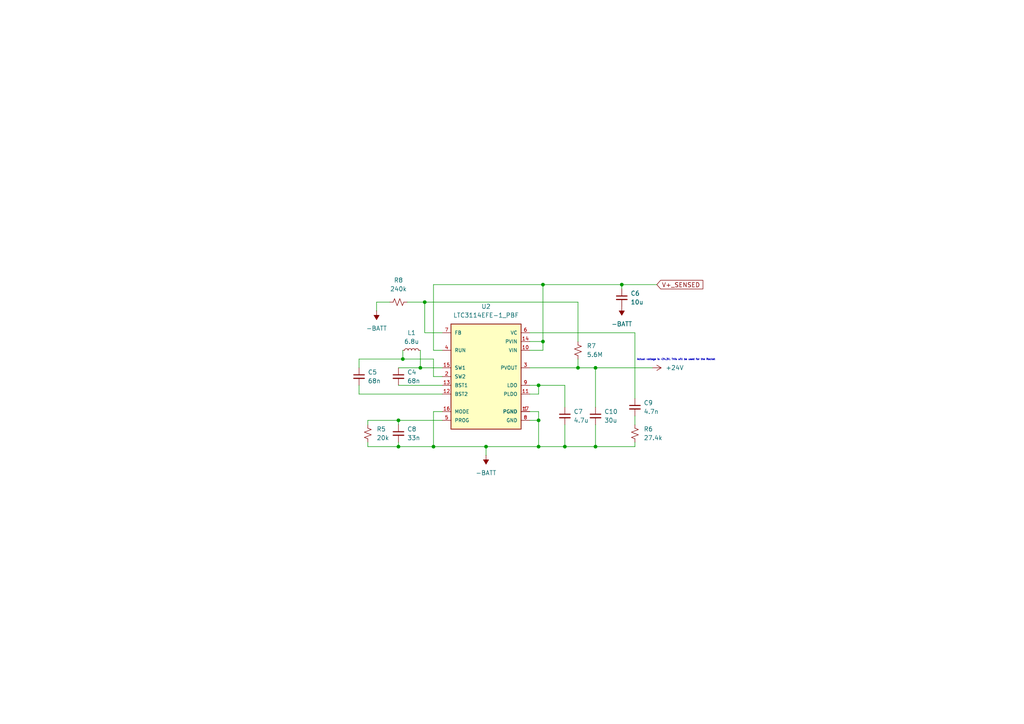
<source format=kicad_sch>
(kicad_sch (version 20250114) (generator "eeschema") (generator_version "9.0")
  (paper "A4")
  (lib_symbols
    (symbol "Device:C_Small" (pin_numbers (hide yes)) (pin_names (offset 0.254) (hide yes))
      (property "Reference" "C" (at 0.254 1.778 0))
      (property "Value" "C_Small" (at 0.254 -2.032 0))
      (symbol "C_Small_0_1"
        (polyline (pts (xy -1.524 0.508) (xy 1.524 0.508)) (stroke (width 0.3048)))
        (polyline (pts (xy -1.524 -0.508) (xy 1.524 -0.508)) (stroke (width 0.3302)))
      )
      (symbol "C_Small_1_1"
        (pin passive line (at 0 2.54 270) (length 2.032) (name "~") (number "1"))
        (pin passive line (at 0 -2.54 90) (length 2.032) (name "~") (number "2"))
      )
    )
    (symbol "Device:L_Small" (pin_numbers (hide yes)) (pin_names (offset 0.254) (hide yes))
      (property "Reference" "L" (at 0.762 1.016 0))
      (property "Value" "L_Small" (at 0.762 -1.016 0))
      (symbol "L_Small_0_1"
        (arc (start 0 2.032) (mid 0.5058 1.524) (end 0 1.016))
        (arc (start 0 1.016) (mid 0.5058 0.508) (end 0 0))
        (arc (start 0 0) (mid 0.5058 -0.508) (end 0 -1.016))
        (arc (start 0 -1.016) (mid 0.5058 -1.524) (end 0 -2.032))
      )
      (symbol "L_Small_1_1"
        (pin passive line (at 0 2.54 270) (length 0.508) (name "~") (number "1"))
        (pin passive line (at 0 -2.54 90) (length 0.508) (name "~") (number "2"))
      )
    )
    (symbol "Device:R_Small_US" (pin_numbers (hide yes)) (pin_names (offset 0.254) (hide yes))
      (property "Reference" "R" (at 0.762 0.508 0))
      (property "Value" "R_Small_US" (at 0.762 -1.016 0))
      (symbol "R_Small_US_1_1"
        (polyline (pts (xy 0 1.524) (xy 1.016 1.143) (xy 0 0.762) (xy -1.016 0.381) (xy 0 0)))
        (polyline (pts (xy 0 0) (xy 1.016 -0.381) (xy 0 -0.762) (xy -1.016 -1.143) (xy 0 -1.524)))
        (pin passive line (at 0 2.54 270) (length 1.016) (name "~") (number "1"))
        (pin passive line (at 0 -2.54 90) (length 1.016) (name "~") (number "2"))
      )
    )
    (symbol "LTC3114EFE-1_PBF:LTC3114EFE-1_PBF" (pin_names (offset 1.016))
      (property "Reference" "U" (at -10.196 15.2939 0))
      (property "Value" "LTC3114EFE-1_PBF" (at -10.1848 -17.8234 0))
      (symbol "LTC3114EFE-1_PBF_0_0"
        (rectangle (start -10.16 -15.24) (end 10.16 15.24) (stroke (width 0.254)) (fill (type background)))
        (pin input line (at -12.7 12.7 0) (length 2.54) (name "FB") (number "7"))
        (pin input line (at -12.7 7.62 0) (length 2.54) (name "RUN") (number "4"))
        (pin passive line (at -12.7 2.54 0) (length 2.54) (name "SW1") (number "15"))
        (pin passive line (at -12.7 0 0) (length 2.54) (name "SW2") (number "2"))
        (pin input line (at -12.7 -2.54 0) (length 2.54) (name "BST1") (number "13"))
        (pin input line (at -12.7 -5.08 0) (length 2.54) (name "BST2") (number "12"))
        (pin input line (at -12.7 -10.16 0) (length 2.54) (name "MODE") (number "16"))
        (pin output line (at -12.7 -12.7 0) (length 2.54) (name "PROG") (number "5"))
        (pin power_in line (at 12.7 12.7 180) (length 2.54) (name "VC") (number "6"))
        (pin power_in line (at 12.7 10.16 180) (length 2.54) (name "PVIN") (number "14"))
        (pin power_in line (at 12.7 7.62 180) (length 2.54) (name "VIN") (number "10"))
        (pin output line (at 12.7 2.54 180) (length 2.54) (name "PVOUT") (number "3"))
        (pin output line (at 12.7 -2.54 180) (length 2.54) (name "LDO") (number "9"))
        (pin output line (at 12.7 -5.08 180) (length 2.54) (name "PLDO") (number "11"))
        (pin power_in line (at 12.7 -10.16 180) (length 2.54) (name "PGND") (number "1"))
        (pin power_in line (at 12.7 -10.16 180) (length 2.54) (name "PGND") (number "17"))
        (pin power_in line (at 12.7 -12.7 180) (length 2.54) (name "GND") (number "8"))
      )
    )
    (symbol "power:+24V" (power) (pin_numbers (hide yes)) (pin_names (offset 0) (hide yes))
      (property "Value" "+24V" (at 0 3.556 0))
      (symbol "+24V_0_1"
        (polyline (pts (xy -0.762 1.27) (xy 0 2.54)))
        (polyline (pts (xy 0 2.54) (xy 0.762 1.27)))
        (polyline (pts (xy 0 0) (xy 0 2.54)))
      )
      (symbol "+24V_1_1"
        (pin power_in line (at 0 0 90) (length 0) (name "~") (number "1"))
      )
    )
    (symbol "power:-BATT" (power) (pin_numbers (hide yes)) (pin_names (offset 0) (hide yes))
      (property "Value" "-BATT" (at 0 3.556 0))
      (symbol "-BATT_0_1"
        (polyline (pts (xy 0 0) (xy 0 2.54)))
        (polyline (pts (xy 0.762 1.27) (xy -0.762 1.27) (xy 0 2.54) (xy 0.762 1.27)) (fill (type outline)))
      )
      (symbol "-BATT_1_1"
        (pin power_in line (at 0 0 90) (length 0) (name "~") (number "1"))
      )
    )
  )
  (text "Actual voltage is ~24.3V. This will be used for the Rocket" (at 196.088 104.394 0) (effects (font (size 0.508 0.508))))
  (junction (at 121.92 106.68))
  (junction (at 115.57 121.92))
  (junction (at 125.73 129.54))
  (junction (at 156.21 129.54))
  (junction (at 115.57 129.54))
  (junction (at 156.21 111.76))
  (junction (at 140.97 129.54))
  (junction (at 157.48 82.55))
  (junction (at 156.21 121.92))
  (junction (at 163.83 129.54))
  (junction (at 123.19 87.63))
  (junction (at 172.72 106.68))
  (junction (at 180.34 82.55))
  (junction (at 167.64 106.68))
  (junction (at 157.48 99.06))
  (junction (at 172.72 129.54))
  (junction (at 116.84 104.14))
  (wire (pts (xy 109.22 87.63) (xy 109.22 90.17)))
  (wire (pts (xy 106.68 121.92) (xy 106.68 123.19)))
  (wire (pts (xy 125.73 119.38) (xy 125.73 129.54)))
  (wire (pts (xy 115.57 121.92) (xy 106.68 121.92)))
  (wire (pts (xy 163.83 129.54) (xy 172.72 129.54)))
  (wire (pts (xy 172.72 123.19) (xy 172.72 129.54)))
  (wire (pts (xy 123.19 96.52) (xy 128.27 96.52)))
  (wire (pts (xy 167.64 104.14) (xy 167.64 106.68)))
  (wire (pts (xy 125.73 82.55) (xy 157.48 82.55)))
  (wire (pts (xy 167.64 106.68) (xy 172.72 106.68)))
  (wire (pts (xy 118.11 87.63) (xy 123.19 87.63)))
  (wire (pts (xy 157.48 99.06) (xy 157.48 101.6)))
  (wire (pts (xy 153.67 119.38) (xy 156.21 119.38)))
  (wire (pts (xy 172.72 106.68) (xy 172.72 118.11)))
  (wire (pts (xy 153.67 121.92) (xy 156.21 121.92)))
  (wire (pts (xy 115.57 106.68) (xy 121.92 106.68)))
  (wire (pts (xy 153.67 99.06) (xy 157.48 99.06)))
  (wire (pts (xy 153.67 111.76) (xy 156.21 111.76)))
  (wire (pts (xy 106.68 129.54) (xy 115.57 129.54)))
  (wire (pts (xy 140.97 129.54) (xy 140.97 132.08)))
  (wire (pts (xy 156.21 119.38) (xy 156.21 121.92)))
  (wire (pts (xy 180.34 82.55) (xy 190.5 82.55)))
  (wire (pts (xy 172.72 129.54) (xy 184.15 129.54)))
  (wire (pts (xy 184.15 128.27) (xy 184.15 129.54)))
  (wire (pts (xy 153.67 106.68) (xy 167.64 106.68)))
  (wire (pts (xy 167.64 99.06) (xy 167.64 87.63)))
  (wire (pts (xy 104.14 114.3) (xy 128.27 114.3)))
  (wire (pts (xy 106.68 128.27) (xy 106.68 129.54)))
  (wire (pts (xy 156.21 111.76) (xy 156.21 114.3)))
  (wire (pts (xy 156.21 129.54) (xy 163.83 129.54)))
  (wire (pts (xy 128.27 109.22) (xy 125.73 109.22)))
  (wire (pts (xy 115.57 111.76) (xy 128.27 111.76)))
  (wire (pts (xy 184.15 120.65) (xy 184.15 123.19)))
  (wire (pts (xy 115.57 121.92) (xy 128.27 121.92)))
  (wire (pts (xy 121.92 101.6) (xy 121.92 106.68)))
  (wire (pts (xy 115.57 128.27) (xy 115.57 129.54)))
  (wire (pts (xy 121.92 106.68) (xy 128.27 106.68)))
  (wire (pts (xy 156.21 129.54) (xy 140.97 129.54)))
  (wire (pts (xy 157.48 82.55) (xy 157.48 99.06)))
  (wire (pts (xy 156.21 121.92) (xy 156.21 129.54)))
  (wire (pts (xy 123.19 87.63) (xy 123.19 96.52)))
  (wire (pts (xy 180.34 82.55) (xy 180.34 83.82)))
  (wire (pts (xy 167.64 87.63) (xy 123.19 87.63)))
  (wire (pts (xy 125.73 101.6) (xy 125.73 82.55)))
  (wire (pts (xy 125.73 104.14) (xy 116.84 104.14)))
  (wire (pts (xy 184.15 96.52) (xy 184.15 115.57)))
  (wire (pts (xy 104.14 111.76) (xy 104.14 114.3)))
  (wire (pts (xy 163.83 111.76) (xy 163.83 118.11)))
  (wire (pts (xy 153.67 96.52) (xy 184.15 96.52)))
  (wire (pts (xy 113.03 87.63) (xy 109.22 87.63)))
  (wire (pts (xy 115.57 129.54) (xy 125.73 129.54)))
  (wire (pts (xy 140.97 129.54) (xy 125.73 129.54)))
  (wire (pts (xy 128.27 101.6) (xy 125.73 101.6)))
  (wire (pts (xy 104.14 104.14) (xy 104.14 106.68)))
  (wire (pts (xy 116.84 104.14) (xy 104.14 104.14)))
  (wire (pts (xy 156.21 111.76) (xy 163.83 111.76)))
  (wire (pts (xy 116.84 101.6) (xy 116.84 104.14)))
  (wire (pts (xy 125.73 109.22) (xy 125.73 104.14)))
  (wire (pts (xy 115.57 123.19) (xy 115.57 121.92)))
  (wire (pts (xy 163.83 123.19) (xy 163.83 129.54)))
  (wire (pts (xy 128.27 119.38) (xy 125.73 119.38)))
  (wire (pts (xy 153.67 114.3) (xy 156.21 114.3)))
  (wire (pts (xy 172.72 106.68) (xy 189.23 106.68)))
  (wire (pts (xy 157.48 82.55) (xy 180.34 82.55)))
  (wire (pts (xy 157.48 101.6) (xy 153.67 101.6)))
  (global_label "V+_SENSED" (shape input) (at 190.5 82.55 0) (property "Intersheetrefs" "${INTERSHEET_REFS}" (effects (hide yes))))
  (symbol (lib_id "Device:C_Small") (at 184.15 118.11 0) (unit 1)
    (property "Reference" "C9" (at 186.69 116.8462 0) (effects (justify left)))
    (property "Value" "4.7n" (at 186.69 119.3862 0) (effects (justify left)))
    (property "Footprint" "Capacitor_SMD:C_0603_1608Metric_Pad1.08x0.95mm_HandSolder" (effects (hide yes)))
    (property "Description" "Unpolarized capacitor, small symbol" (effects (hide yes)))
  )
  (symbol (lib_id "Device:C_Small") (at 115.57 125.73 0) (unit 1)
    (property "Reference" "C8" (at 118.11 124.4662 0) (effects (justify left)))
    (property "Value" "33n" (at 118.11 127.0062 0) (effects (justify left)))
    (property "Footprint" "Capacitor_SMD:C_0603_1608Metric_Pad1.08x0.95mm_HandSolder" (effects (hide yes)))
    (property "Description" "Unpolarized capacitor, small symbol" (effects (hide yes)))
  )
  (symbol (lib_id "Device:C_Small") (at 180.34 86.36 0) (unit 1)
    (property "Reference" "C6" (at 182.88 85.0962 0) (effects (justify left)))
    (property "Value" "10u" (at 182.88 87.6362 0) (effects (justify left)))
    (property "Footprint" "Capacitor_SMD:C_0603_1608Metric_Pad1.08x0.95mm_HandSolder" (effects (hide yes)))
    (property "Description" "Unpolarized capacitor, small symbol" (effects (hide yes)))
  )
  (symbol (lib_id "power:-BATT") (at 140.97 132.08 180) (unit 1)
    (property "Reference" "#PWR018" (effects (hide yes)))
    (property "Value" "-BATT" (at 140.97 137.16 0))
    (property "Description" "Power symbol creates a global label with name \"-BATT\"" (effects (hide yes)))
  )
  (symbol (lib_id "Device:R_Small_US") (at 106.68 125.73 0) (unit 1)
    (property "Reference" "R5" (at 109.22 124.4599 0) (effects (justify left)))
    (property "Value" "20k" (at 109.22 126.9999 0) (effects (justify left)))
    (property "Footprint" "Resistor_SMD:R_0603_1608Metric_Pad0.98x0.95mm_HandSolder" (effects (hide yes)))
    (property "Description" "Resistor, small US symbol" (effects (hide yes)))
  )
  (symbol (lib_id "power:+24V") (at 189.23 106.68 270) (unit 1)
    (property "Reference" "#PWR019" (effects (hide yes)))
    (property "Value" "+24V" (at 193.04 106.6799 90) (effects (justify left)))
    (property "Description" "Power symbol creates a global label with name \"+24V\"" (effects (hide yes)))
  )
  (symbol (lib_id "Device:R_Small_US") (at 167.64 101.6 0) (unit 1)
    (property "Reference" "R7" (at 170.18 100.3299 0) (effects (justify left)))
    (property "Value" "5.6M" (at 170.18 102.8699 0) (effects (justify left)))
    (property "Footprint" "Resistor_SMD:R_0603_1608Metric_Pad0.98x0.95mm_HandSolder" (effects (hide yes)))
    (property "Description" "Resistor, small US symbol" (effects (hide yes)))
  )
  (symbol (lib_id "Device:R_Small_US") (at 184.15 125.73 0) (unit 1)
    (property "Reference" "R6" (at 186.69 124.4599 0) (effects (justify left)))
    (property "Value" "27.4k" (at 186.69 126.9999 0) (effects (justify left)))
    (property "Footprint" "Resistor_SMD:R_0603_1608Metric_Pad0.98x0.95mm_HandSolder" (effects (hide yes)))
    (property "Description" "Resistor, small US symbol" (effects (hide yes)))
  )
  (symbol (lib_id "power:-BATT") (at 180.34 88.9 180) (unit 1)
    (property "Reference" "#PWR017" (effects (hide yes)))
    (property "Value" "-BATT" (at 180.34 93.98 0))
    (property "Description" "Power symbol creates a global label with name \"-BATT\"" (effects (hide yes)))
  )
  (symbol (lib_id "Device:L_Small") (at 119.38 101.6 90) (unit 1)
    (property "Reference" "L1" (at 119.38 96.52 90))
    (property "Value" "6.8u" (at 119.38 99.06 90))
    (property "Footprint" "Inductor_SMD:L_0603_1608Metric_Pad1.05x0.95mm_HandSolder" (effects (hide yes)))
    (property "Description" "Inductor, small symbol" (effects (hide yes)))
  )
  (symbol (lib_id "Device:C_Small") (at 172.72 120.65 0) (unit 1)
    (property "Reference" "C10" (at 175.26 119.3862 0) (effects (justify left)))
    (property "Value" "30u" (at 175.26 121.9262 0) (effects (justify left)))
    (property "Footprint" "Capacitor_SMD:C_0603_1608Metric_Pad1.08x0.95mm_HandSolder" (effects (hide yes)))
    (property "Description" "Unpolarized capacitor, small symbol" (effects (hide yes)))
  )
  (symbol (lib_id "power:-BATT") (at 109.22 90.17 180) (unit 1)
    (property "Reference" "#PWR016" (effects (hide yes)))
    (property "Value" "-BATT" (at 109.22 95.25 0))
    (property "Description" "Power symbol creates a global label with name \"-BATT\"" (effects (hide yes)))
  )
  (symbol (lib_id "Device:C_Small") (at 163.83 120.65 0) (unit 1)
    (property "Reference" "C7" (at 166.37 119.3862 0) (effects (justify left)))
    (property "Value" "4.7u" (at 166.37 121.9262 0) (effects (justify left)))
    (property "Footprint" "Capacitor_SMD:C_0603_1608Metric_Pad1.08x0.95mm_HandSolder" (effects (hide yes)))
    (property "Description" "Unpolarized capacitor, small symbol" (effects (hide yes)))
  )
  (symbol (lib_id "Device:R_Small_US") (at 115.57 87.63 90) (unit 1)
    (property "Reference" "R8" (at 115.57 81.28 90))
    (property "Value" "240k" (at 115.57 83.82 90))
    (property "Footprint" "Resistor_SMD:R_0603_1608Metric_Pad0.98x0.95mm_HandSolder" (effects (hide yes)))
    (property "Description" "Resistor, small US symbol" (effects (hide yes)))
  )
  (symbol (lib_id "LTC3114EFE-1_PBF:LTC3114EFE-1_PBF") (at 140.97 109.22 0) (unit 1)
    (property "Reference" "U2" (at 140.97 88.9 0))
    (property "Value" "LTC3114EFE-1_PBF" (at 140.97 91.44 0))
    (property "Footprint" "All:SOP65P640X110-17N" (effects (hide yes)))
    (property "MF" "Analog Devices" (effects (hide yes)))
    (property "Description_1" "Buck-Boost Switching Regulator IC Positive Adjustable 2.7V 1 Output 1A 16-TSSOP (0.173, 4.40mm Width) Exposed Pad" (effects (hide yes)))
    (property "Package" "TSSOP-16 Linear Technology" (effects (hide yes)))
    (property "Price" "None" (effects (hide yes)))
    (property "Check_prices" "https://www.snapeda.com/parts/LTC3114EFE-1%23PBF/Analog+Devices/view-part/?ref=eda" (effects (hide yes)))
    (property "SnapEDA_Link" "https://www.snapeda.com/parts/LTC3114EFE-1%23PBF/Analog+Devices/view-part/?ref=snap" (effects (hide yes)))
    (property "MP" "LTC3114EFE-1#PBF" (effects (hide yes)))
    (property "Availability" "In Stock" (effects (hide yes)))
    (property "MANUFACTURER" "LINEAR TECHNOLOGY" (effects (hide yes)))
  )
  (symbol (lib_id "Device:C_Small") (at 115.57 109.22 0) (unit 1)
    (property "Reference" "C4" (at 118.11 107.9562 0) (effects (justify left)))
    (property "Value" "68n" (at 118.11 110.4962 0) (effects (justify left)))
    (property "Footprint" "Capacitor_SMD:C_0603_1608Metric_Pad1.08x0.95mm_HandSolder" (effects (hide yes)))
    (property "Description" "Unpolarized capacitor, small symbol" (effects (hide yes)))
  )
  (symbol (lib_id "Device:C_Small") (at 104.14 109.22 0) (unit 1)
    (property "Reference" "C5" (at 106.68 107.9562 0) (effects (justify left)))
    (property "Value" "68n" (at 106.68 110.4962 0) (effects (justify left)))
    (property "Footprint" "Capacitor_SMD:C_0603_1608Metric_Pad1.08x0.95mm_HandSolder" (effects (hide yes)))
    (property "Description" "Unpolarized capacitor, small symbol" (effects (hide yes)))
  )
)
</source>
